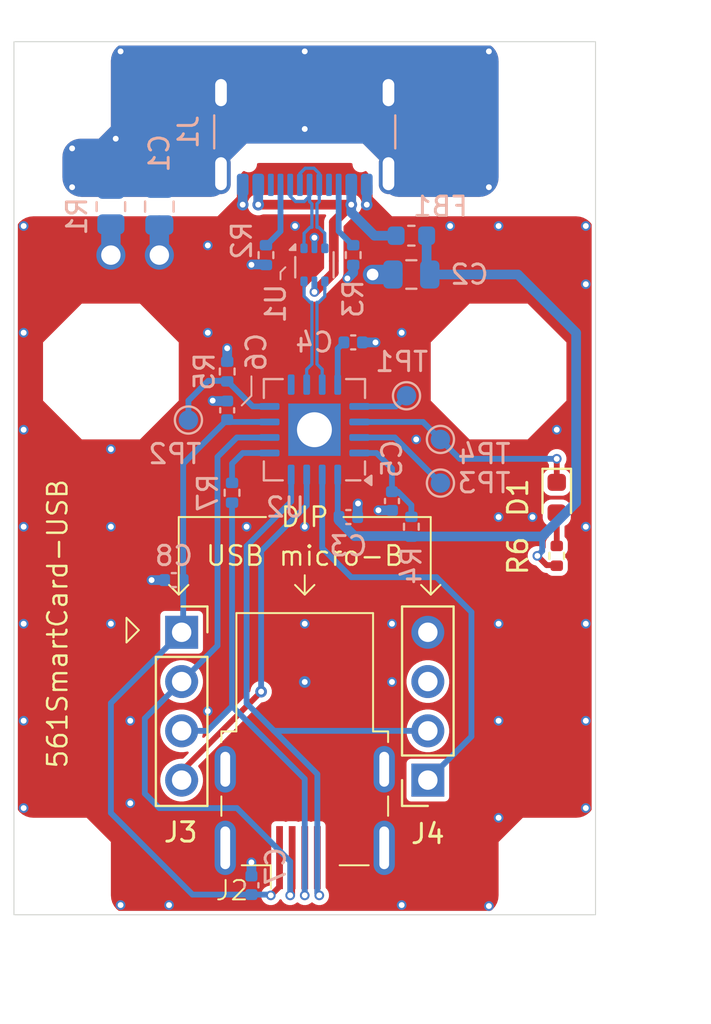
<source format=kicad_pcb>
(kicad_pcb (version 20241229) (generator "pcbnew") (generator_version "9.0")
  (layers (0 "F.Cu" signal) (4 "In1.Cu" signal) (6 "In2.Cu" signal) (2 "B.Cu" signal) (13 "F.Paste" user) (15 "B.Paste" user) (5 "F.SilkS" user "F.Silkscreen") (7 "B.SilkS" user "B.Silkscreen") (1 "F.Mask" user) (3 "B.Mask" user) (25 "Edge.Cuts" user))
  (net 0 "")
  (net 1 "Net-(J1-SHIELD)")
  (net 2 "GND")
  (net 3 "VBUS")
  (net 4 "Net-(U2-VDD33)")
  (net 5 "Net-(U2-~{RESET})")
  (net 6 "/SC_VCC")
  (net 7 "Net-(D1-A)")
  (net 8 "Net-(D1-K)")
  (net 9 "Net-(U1-VBUS)")
  (net 10 "/USB_RAW_D-")
  (net 11 "/USB_RAW_D+")
  (net 12 "Net-(J1-CC1)")
  (net 13 "Net-(J1-CC2)")
  (net 14 "/SC_CLK")
  (net 15 "/SC_IO")
  (net 16 "/~{SC_RST}")
  (net 17 "/SC_C4")
  (net 19 "/SC_C8")
  (net 20 "Net-(U2-~{SC1_PRSNT}{slash}JTAG_TMS)")
  (net 21 "Net-(U2-SC1_CLK)")
  (net 22 "Net-(U2-JTAG_CLK)")
  (net 23 "Net-(U2-JTAG_TDI)")
  (net 25 "/USB_D+")
  (net 26 "/USB_D-")
  (footprint "MountingHole:MountingHole_2.2mm_M2" (layer "F.Cu") (at 112.5 112.5)
    (property "Reference" "H6" (hide yes))
    (property "Value" "M2 Hole")
    (pad "" np_thru_hole circle (at 0 0) (size 2.2 2.2) (drill 2.2) (layers "*.Cu" "*.Mask"))
  )
  (footprint "MountingHole:MountingHole_2.2mm_M2" (layer "F.Cu") (at 87.5 72.5)
    (property "Reference" "H3" (hide yes))
    (property "Value" "M2 Hole")
    (pad "" np_thru_hole circle (at 0 0) (size 2.2 2.2) (drill 2.2) (layers "*.Cu" "*.Mask"))
  )
  (footprint "MountingHole:MountingHole_3.2mm_M3" (layer "F.Cu") (at 110 87 180)
    (property "Reference" "H1" (hide yes))
    (property "Value" "M3 Hole")
    (pad "" np_thru_hole circle (at 0 0 180) (size 3.2 3.2) (drill 3.2) (layers "*.Cu" "*.Mask"))
  )
  (footprint "MountingHole:MountingHole_2.2mm_M2" (layer "F.Cu") (at 87.5 112.5)
    (property "Reference" "H5" (hide yes))
    (property "Value" "M2 Hole")
    (pad "" np_thru_hole circle (at 0 0) (size 2.2 2.2) (drill 2.2) (layers "*.Cu" "*.Mask"))
  )
  (footprint "561SmartCard-USB:USB_Micro-B_Plug_Hirose_ZX60-B-5S(31)" (layer "F.Cu") (at 100 107.5 180)
    (property "Reference" "J2" (at 3.75 -6.25 0) (layer "F.SilkS") (effects (font (thickness 0.1))))
    (property "Value" "ZX60-B-5S(31)")
    (fp_line (start 4.3 1.95) (end 3.525 1.95) (stroke (width 0.1)) (layer "F.SilkS"))
    (fp_line (start 4.3 1.4) (end 4.3 1.95) (stroke (width 0.1)) (layer "F.SilkS"))
    (fp_line (start 4.3 -2.4) (end 4.3 -1.4) (stroke (width 0.1)) (layer "F.SilkS"))
    (fp_line (start 3.525 8.05) (end -3.525 8.05) (stroke (width 0.1)) (layer "F.SilkS"))
    (fp_line (start 3.525 1.95) (end 3.525 8.05) (stroke (width 0.1)) (layer "F.SilkS"))
    (fp_line (start 1.75 -4.95) (end 3.25 -4.95) (stroke (width 0.1)) (layer "F.SilkS"))
    (fp_line (start 1.75 -4.95) (end 1.75 -6.15) (stroke (width 0.1)) (layer "F.SilkS"))
    (fp_line (start -3.3 -4.95) (end -1.8 -4.95) (stroke (width 0.1)) (layer "F.SilkS"))
    (fp_line (start -3.525 1.95) (end -3.525 8.05) (stroke (width 0.1)) (layer "F.SilkS"))
    (fp_line (start -3.525 1.95) (end -4.3 1.95) (stroke (width 0.1)) (layer "F.SilkS"))
    (fp_line (start -4.3 1.4) (end -4.3 1.95) (stroke (width 0.1)) (layer "F.SilkS"))
    (fp_line (start -4.3 -2.4) (end -4.3 -1.4) (stroke (width 0.1)) (layer "F.SilkS"))
    (pad "1" smd rect (at 1.3 -4.555 180) (size 0.35 3.25) (layers "F.Cu" "F.Mask" "F.Paste") (net 6 "/SC_VCC"))
    (pad "2" smd rect (at 0.65 -4.555 180) (size 0.35 3.25) (layers "F.Cu" "F.Mask" "F.Paste") (net 16 "/~{SC_RST}"))
    (pad "3" smd rect (at 0 -4.555 180) (size 0.35 3.25) (layers "F.Cu" "F.Mask" "F.Paste") (net 14 "/SC_CLK"))
    (pad "4" smd rect (at -0.65 -4.555 180) (size 0.35 3.25) (layers "F.Cu" "F.Mask" "F.Paste") (net 15 "/SC_IO"))
    (pad "5" smd rect (at -1.3 -4.555 180) (size 0.35 3.25) (layers "F.Cu" "F.Mask" "F.Paste") (net 2 "GND"))
    (pad "6" thru_hole oval (at -4.1 -4.05 180) (size 1.1 2.8) (drill oval 0.5 2.2) (layers "*.Cu" "*.Mask") (net 2 "GND"))
    (pad "6" thru_hole oval (at -4.1 0 180) (size 1.1 2.4) (drill oval 0.5 1.8) (layers "*.Cu" "*.Mask") (net 2 "GND"))
    (pad "6" thru_hole oval (at 4.1 -4.05 180) (size 1.1 2.8) (drill oval 0.5 2.2) (layers "*.Cu" "*.Mask") (net 2 "GND"))
    (pad "6" thru_hole oval (at 4.1 0 180) (size 1.1 2.4) (drill oval 0.5 1.8) (layers "*.Cu" "*.Mask") (net 2 "GND"))
  )
  (footprint "MountingHole:MountingHole_2.2mm_M2" (layer "F.Cu") (at 112.5 72.5)
    (property "Reference" "H4" (hide yes))
    (property "Value" "M2 Hole")
    (pad "" np_thru_hole circle (at 0 0) (size 2.2 2.2) (drill 2.2) (layers "*.Cu" "*.Mask"))
  )
  (footprint "MountingHole:MountingHole_3.2mm_M3" (layer "F.Cu") (at 90 87 180)
    (property "Reference" "H2" (hide yes))
    (property "Value" "M3 Hole")
    (pad "" np_thru_hole circle (at 0 0 180) (size 3.2 3.2) (drill 3.2) (layers "*.Cu" "*.Mask"))
  )
  (footprint "Resistor_SMD:R_0402_1005Metric" (layer "F.Cu") (at 113 96.5 -90)
    (property "Reference" "R6" (at 0 2 270) (layer "F.SilkS"))
    (property "Value" "620")
    (fp_line (start -0.153641 0.38) (end 0.153641 0.38) (stroke (width 0.12)) (layer "F.SilkS"))
    (fp_line (start -0.153641 -0.38) (end 0.153641 -0.38) (stroke (width 0.12)) (layer "F.SilkS"))
    (pad "1" smd roundrect (at -0.51 0 270) (size 0.54 0.64) (layers "F.Cu" "F.Mask" "F.Paste") (net 7 "Net-(D1-A)"))
    (pad "2" smd roundrect (at 0.51 0 270) (size 0.54 0.64) (layers "F.Cu" "F.Mask" "F.Paste") (net 3 "VBUS"))
  )
  (footprint "Connector_PinSocket_2.54mm:PinSocket_1x04_P2.54mm_Vertical" (layer "F.Cu") (at 93.65 100.44)
    (property "Reference" "J3" (at -0.05 10.31 180) (layer "F.SilkS"))
    (property "Value" "PinSocket_01x04")
    (fp_line (start -1.33 1.27) (end -1.33 8.95) (stroke (width 0.12)) (layer "F.SilkS"))
    (fp_line (start -1.33 1.27) (end 1.33 1.27) (stroke (width 0.12)) (layer "F.SilkS"))
    (fp_line (start -1.33 8.95) (end 1.33 8.95) (stroke (width 0.12)) (layer "F.SilkS"))
    (fp_line (start 0 -1.33) (end 1.33 -1.33) (stroke (width 0.12)) (layer "F.SilkS"))
    (fp_line (start 1.33 -1.33) (end 1.33 0) (stroke (width 0.12)) (layer "F.SilkS"))
    (fp_line (start 1.33 1.27) (end 1.33 8.95) (stroke (width 0.12)) (layer "F.SilkS"))
    (pad "1" thru_hole rect (at 0 0) (size 1.7 1.7) (drill 1) (layers "*.Cu" "*.Mask") (net 6 "/SC_VCC"))
    (pad "2" thru_hole circle (at 0 2.54) (size 1.7 1.7) (drill 1) (layers "*.Cu" "*.Mask") (net 16 "/~{SC_RST}"))
    (pad "3" thru_hole circle (at 0 5.08) (size 1.7 1.7) (drill 1) (layers "*.Cu" "*.Mask") (net 14 "/SC_CLK"))
    (pad "4" thru_hole circle (at 0 7.62) (size 1.7 1.7) (drill 1) (layers "*.Cu" "*.Mask") (net 17 "/SC_C4"))
  )
  (footprint "Connector_PinSocket_2.54mm:PinSocket_1x04_P2.54mm_Vertical" (layer "F.Cu") (at 106.35 108.06 180)
    (property "Reference" "J4" (at 0 -2.77 180) (layer "F.SilkS"))
    (property "Value" "PinSocket_01x04")
    (fp_line (start 1.33 1.27) (end 1.33 8.95) (stroke (width 0.12)) (layer "F.SilkS"))
    (fp_line (start 1.33 -1.33) (end 1.33 0) (stroke (width 0.12)) (layer "F.SilkS"))
    (fp_line (start 0 -1.33) (end 1.33 -1.33) (stroke (width 0.12)) (layer "F.SilkS"))
    (fp_line (start -1.33 8.95) (end 1.33 8.95) (stroke (width 0.12)) (layer "F.SilkS"))
    (fp_line (start -1.33 1.27) (end 1.33 1.27) (stroke (width 0.12)) (layer "F.SilkS"))
    (fp_line (start -1.33 1.27) (end -1.33 8.95) (stroke (width 0.12)) (layer "F.SilkS"))
    (pad "1" thru_hole rect (at 0 0 180) (size 1.7 1.7) (drill 1) (layers "*.Cu" "*.Mask") (net 19 "/SC_C8"))
    (pad "2" thru_hole circle (at 0 2.54 180) (size 1.7 1.7) (drill 1) (layers "*.Cu" "*.Mask") (net 15 "/SC_IO"))
    (pad "3" thru_hole circle (at 0 5.08 180) (size 1.7 1.7) (drill 1) (layers "*.Cu" "*.Mask"))
    (pad "4" thru_hole circle (at 0 7.62 180) (size 1.7 1.7) (drill 1) (layers "*.Cu" "*.Mask") (net 2 "GND"))
  )
  (footprint "LED_SMD:LED_0603_1608Metric" (layer "F.Cu") (at 113 93.5 -90)
    (property "Reference" "D1" (at 0 2 90) (layer "F.SilkS"))
    (property "Value" "LTST-C190GKT")
    (fp_line (start -1.485 0.735) (end 0.8 0.735) (stroke (width 0.12)) (layer "F.SilkS"))
    (fp_line (start -1.485 -0.735) (end -1.485 0.735) (stroke (width 0.12)) (layer "F.SilkS"))
    (fp_line (start 0.8 -0.735) (end -1.485 -0.735) (stroke (width 0.12)) (layer "F.SilkS"))
    (pad "1" smd roundrect (at -0.7875 0 270) (size 0.875 0.95) (layers "F.Cu" "F.Mask" "F.Paste") (net 8 "Net-(D1-K)"))
    (pad "2" smd roundrect (at 0.7875 0 270) (size 0.875 0.95) (layers "F.Cu" "F.Mask" "F.Paste") (net 7 "Net-(D1-A)"))
  )
  (footprint "Resistor_SMD:R_0805_2012Metric" (layer "B.Cu") (at 90 78.5 90)
    (property "Reference" "R1" (at -0.5 -1.75 270) (layer "B.SilkS") (effects (justify mirror)))
    (property "Value" "330")
    (fp_line (start -0.227064 -0.735) (end 0.227064 -0.735) (stroke (width 0.12)) (layer "B.SilkS"))
    (fp_line (start -0.227064 0.735) (end 0.227064 0.735) (stroke (width 0.12)) (layer "B.SilkS"))
    (pad "1" smd roundrect (at -0.9125 0 90) (size 1.025 1.4) (layers "B.Cu" "B.Mask" "B.Paste") (roundrect_rratio 0.243902) (net 2 "GND"))
    (pad "2" smd roundrect (at 0.9125 0 90) (size 1.025 1.4) (layers "B.Cu" "B.Mask" "B.Paste") (roundrect_rratio 0.243902) (net 1 "Net-(J1-SHIELD)"))
  )
  (footprint "Resistor_SMD:R_0402_1005Metric" (layer "B.Cu") (at 96 87 -90)
    (property "Reference" "R5" (at 0 1.17 90) (layer "B.SilkS") (effects (justify mirror)))
    (property "Value" "0")
    (fp_line (start -0.153641 0.38) (end 0.153641 0.38) (stroke (width 0.12)) (layer "B.SilkS"))
    (fp_line (start -0.153641 -0.38) (end 0.153641 -0.38) (stroke (width 0.12)) (layer "B.SilkS"))
    (pad "1" smd roundrect (at -0.51 0 270) (size 0.54 0.64) (layers "B.Cu" "B.Mask" "B.Paste") (net 2 "GND"))
    (pad "2" smd roundrect (at 0.51 0 270) (size 0.54 0.64) (layers "B.Cu" "B.Mask" "B.Paste") (net 20 "Net-(U2-~{SC1_PRSNT}{slash}JTAG_TMS)"))
  )
  (footprint "Capacitor_SMD:C_0402_1005Metric" (layer "B.Cu") (at 93.25 97.75)
    (property "Reference" "C8" (at 0 -1.25 0) (layer "B.SilkS") (effects (justify mirror)))
    (property "Value" "0.1u")
    (fp_line (start -0.107836 -0.36) (end 0.107836 -0.36) (stroke (width 0.12)) (layer "B.SilkS"))
    (fp_line (start -0.107836 0.36) (end 0.107836 0.36) (stroke (width 0.12)) (layer "B.SilkS"))
    (pad "1" smd roundrect (at -0.48 0) (size 0.56 0.62) (layers "B.Cu" "B.Mask" "B.Paste") (net 2 "GND"))
    (pad "2" smd roundrect (at 0.48 0) (size 0.56 0.62) (layers "B.Cu" "B.Mask" "B.Paste") (net 6 "/SC_VCC"))
  )
  (footprint "TestPoint:TestPoint_Pad_D1.0mm" (layer "B.Cu") (at 107 92.75 180)
    (property "Reference" "TP3" (at -2.25 0 0) (layer "B.SilkS") (effects (justify mirror)))
    (property "Value" "TestPoint")
    (fp_circle (center 0 0) (end 0 -0.7) (stroke (width 0.12)) (fill no) (layer "B.SilkS"))
    (pad "1" smd circle (at 0 0 180) (size 1 1) (layers "B.Cu" "B.Mask") (net 23 "Net-(U2-JTAG_TDI)"))
  )
  (footprint "Resistor_SMD:R_0402_1005Metric" (layer "B.Cu") (at 105.5 95 -90)
    (property "Reference" "R4" (at 2 0 90) (layer "B.SilkS") (effects (justify mirror)))
    (property "Value" "100k")
    (fp_line (start -0.153641 0.38) (end 0.153641 0.38) (stroke (width 0.12)) (layer "B.SilkS"))
    (fp_line (start -0.153641 -0.38) (end 0.153641 -0.38) (stroke (width 0.12)) (layer "B.SilkS"))
    (pad "1" smd roundrect (at -0.51 0 270) (size 0.54 0.64) (layers "B.Cu" "B.Mask" "B.Paste") (net 5 "Net-(U2-~{RESET})"))
    (pad "2" smd roundrect (at 0.51 0 270) (size 0.54 0.64) (layers "B.Cu" "B.Mask" "B.Paste") (net 3 "VBUS"))
  )
  (footprint "Capacitor_SMD:C_0402_1005Metric" (layer "B.Cu") (at 102.25 94.5 180)
    (property "Reference" "C3" (at 0 -1.5 0) (layer "B.SilkS") (effects (justify mirror)))
    (property "Value" "1u")
    (fp_line (start -0.107836 0.36) (end 0.107836 0.36) (stroke (width 0.12)) (layer "B.SilkS"))
    (fp_line (start -0.107836 -0.36) (end 0.107836 -0.36) (stroke (width 0.12)) (layer "B.SilkS"))
    (pad "1" smd roundrect (at -0.48 0 180) (size 0.56 0.62) (layers "B.Cu" "B.Mask" "B.Paste") (net 2 "GND"))
    (pad "2" smd roundrect (at 0.48 0 180) (size 0.56 0.62) (layers "B.Cu" "B.Mask" "B.Paste") (net 3 "VBUS"))
  )
  (footprint "Resistor_SMD:R_0402_1005Metric" (layer "B.Cu") (at 102.5 81 90)
    (property "Reference" "R3" (at -2.25 0 270) (layer "B.SilkS") (effects (justify mirror)))
    (property "Value" "5.1k")
    (fp_line (start -0.153641 -0.38) (end 0.153641 -0.38) (stroke (width 0.12)) (layer "B.SilkS"))
    (fp_line (start -0.153641 0.38) (end 0.153641 0.38) (stroke (width 0.12)) (layer "B.SilkS"))
    (pad "1" smd roundrect (at -0.51 0 90) (size 0.54 0.64) (layers "B.Cu" "B.Mask" "B.Paste") (net 2 "GND"))
    (pad "2" smd roundrect (at 0.51 0 90) (size 0.54 0.64) (layers "B.Cu" "B.Mask" "B.Paste") (net 13 "Net-(J1-CC2)"))
  )
  (footprint "Package_TO_SOT_SMD:SOT-666" (layer "B.Cu") (at 100.5 81.5 -90)
    (property "Reference" "U1" (at 2 2 90) (layer "B.SilkS") (effects (justify mirror)))
    (property "Value" "USBLC6-2P6")
    (fp_line (start 0.65 0.99) (end -0.4 0.99) (stroke (width 0.12)) (layer "B.SilkS"))
    (fp_line (start 0.65 -0.99) (end -0.65 -0.99) (stroke (width 0.12)) (layer "B.SilkS"))
    (fp_poly (pts (xy -0.77 0.99) (xy -1.05 0.99) (xy -0.77 1.27) (xy -0.77 0.99)) (stroke (width 0.12)) (fill yes) (layer "B.SilkS"))
    (pad "1" smd roundrect (at -0.85 0.5375 270) (size 0.5 0.375) (layers "B.Cu" "B.Mask" "B.Paste") (net 10 "/USB_RAW_D-"))
    (pad "2" smd roundrect (at -0.925 0 270) (size 0.65 0.3) (layers "B.Cu" "B.Mask" "B.Paste") (net 2 "GND"))
    (pad "3" smd roundrect (at -0.85 -0.5375 270) (size 0.5 0.375) (layers "B.Cu" "B.Mask" "B.Paste") (net 11 "/USB_RAW_D+"))
    (pad "4" smd roundrect (at 0.85 -0.5375 270) (size 0.5 0.375) (layers "B.Cu" "B.Mask" "B.Paste") (net 25 "/USB_D+"))
    (pad "5" smd roundrect (at 0.925 0 270) (size 0.65 0.3) (layers "B.Cu" "B.Mask" "B.Paste") (net 9 "Net-(U1-VBUS)"))
    (pad "6" smd roundrect (at 0.85 0.5375 270) (size 0.5 0.375) (layers "B.Cu" "B.Mask" "B.Paste") (net 26 "/USB_D-"))
  )
  (footprint "Capacitor_SMD:C_0402_1005Metric" (layer "B.Cu") (at 97.25 113.48 -90)
    (property "Reference" "C7" (at -0.98 -1.25 90) (layer "B.SilkS") (effects (justify mirror)))
    (property "Value" "0.1u")
    (fp_line (start -0.107836 0.36) (end 0.107836 0.36) (stroke (width 0.12)) (layer "B.SilkS"))
    (fp_line (start -0.107836 -0.36) (end 0.107836 -0.36) (stroke (width 0.12)) (layer "B.SilkS"))
    (pad "1" smd roundrect (at -0.48 0 270) (size 0.56 0.62) (layers "B.Cu" "B.Mask" "B.Paste") (net 2 "GND"))
    (pad "2" smd roundrect (at 0.48 0 270) (size 0.56 0.62) (layers "B.Cu" "B.Mask" "B.Paste") (net 6 "/SC_VCC"))
  )
  (footprint "Resistor_SMD:R_0402_1005Metric" (layer "B.Cu") (at 98 81 90)
    (property "Reference" "R2" (at 0.75 -1.25 270) (layer "B.SilkS") (effects (justify mirror)))
    (property "Value" "5.1k")
    (fp_line (start -0.153641 -0.38) (end 0.153641 -0.38) (stroke (width 0.12)) (layer "B.SilkS"))
    (fp_line (start -0.153641 0.38) (end 0.153641 0.38) (stroke (width 0.12)) (layer "B.SilkS"))
    (pad "1" smd roundrect (at -0.51 0 90) (size 0.54 0.64) (layers "B.Cu" "B.Mask" "B.Paste") (net 2 "GND"))
    (pad "2" smd roundrect (at 0.51 0 90) (size 0.54 0.64) (layers "B.Cu" "B.Mask" "B.Paste") (net 12 "Net-(J1-CC1)"))
  )
  (footprint "Capacitor_SMD:C_0805_2012Metric" (layer "B.Cu") (at 92.5 78.5 90)
    (property "Reference" "C1" (at 2.75 0 90) (layer "B.SilkS") (effects (justify mirror)))
    (property "Value" "0.1u")
    (fp_line (start -0.261252 -0.735) (end 0.261252 -0.735) (stroke (width 0.12)) (layer "B.SilkS"))
    (fp_line (start -0.261252 0.735) (end 0.261252 0.735) (stroke (width 0.12)) (layer "B.SilkS"))
    (pad "1" smd roundrect (at -0.95 0 90) (size 1 1.45) (layers "B.Cu" "B.Mask" "B.Paste") (net 2 "GND"))
    (pad "2" smd roundrect (at 0.95 0 90) (size 1 1.45) (layers "B.Cu" "B.Mask" "B.Paste") (net 1 "Net-(J1-SHIELD)"))
  )
  (footprint "Capacitor_SMD:C_0402_1005Metric" (layer "B.Cu") (at 104.5 93.675 90)
    (property "Reference" "C5" (at 2.175 0 90) (layer "B.SilkS") (effects (justify mirror)))
    (property "Value" "0.1u")
    (fp_line (start -0.107836 -0.36) (end 0.107836 -0.36) (stroke (width 0.12)) (layer "B.SilkS"))
    (fp_line (start -0.107836 0.36) (end 0.107836 0.36) (stroke (width 0.12)) (layer "B.SilkS"))
    (pad "1" smd roundrect (at -0.48 0 90) (size 0.56 0.62) (layers "B.Cu" "B.Mask" "B.Paste") (net 2 "GND"))
    (pad "2" smd roundrect (at 0.48 0 90) (size 0.56 0.62) (layers "B.Cu" "B.Mask" "B.Paste") (net 5 "Net-(U2-~{RESET})"))
  )
  (footprint "TestPoint:TestPoint_Pad_D1.0mm" (layer "B.Cu") (at 94 89.5 180)
    (property "Reference" "TP2" (at 0.7 -1.75 0) (layer "B.SilkS") (effects (justify mirror)))
    (property "Value" "TestPoint")
    (fp_circle (center 0 0) (end 0 -0.7) (stroke (width 0.12)) (fill no) (layer "B.SilkS"))
    (pad "1" smd circle (at 0 0 180) (size 1 1) (layers "B.Cu" "B.Mask") (net 20 "Net-(U2-~{SC1_PRSNT}{slash}JTAG_TMS)"))
  )
  (footprint "Capacitor_SMD:C_0402_1005Metric" (layer "B.Cu") (at 102.5 85.5 180)
    (property "Reference" "C4" (at 2 0 0) (layer "B.SilkS") (effects (justify mirror)))
    (property "Value" "1u")
    (fp_line (start -0.107836 0.36) (end 0.107836 0.36) (stroke (width 0.12)) (layer "B.SilkS"))
    (fp_line (start -0.107836 -0.36) (end 0.107836 -0.36) (stroke (width 0.12)) (layer "B.SilkS"))
    (pad "1" smd roundrect (at -0.48 0 180) (size 0.56 0.62) (layers "B.Cu" "B.Mask" "B.Paste") (net 2 "GND"))
    (pad "2" smd roundrect (at 0.48 0 180) (size 0.56 0.62) (layers "B.Cu" "B.Mask" "B.Paste") (net 4 "Net-(U2-VDD33)"))
  )
  (footprint "TestPoint:TestPoint_Pad_D1.0mm" (layer "B.Cu") (at 107 90.5 180)
    (property "Reference" "TP4" (at -2.25 -0.75 0) (layer "B.SilkS") (effects (justify mirror)))
    (property "Value" "TestPoint")
    (fp_circle (center 0 0) (end 0 -0.7) (stroke (width 0.12)) (fill no) (layer "B.SilkS"))
    (pad "1" smd circle (at 0 0 180) (size 1 1) (layers "B.Cu" "B.Mask") (net 8 "Net-(D1-K)"))
  )
  (footprint "TestPoint:TestPoint_Pad_D1.0mm" (layer "B.Cu") (at 105.25 88.25 180)
    (property "Reference" "TP1" (at 0.25 1.75 0) (layer "B.SilkS") (effects (justify mirror)))
    (property "Value" "TestPoint")
    (fp_circle (center 0 0) (end 0 -0.7) (stroke (width 0.12)) (fill no) (layer "B.SilkS"))
    (pad "1" smd circle (at 0 0 180) (size 1 1) (layers "B.Cu" "B.Mask") (net 22 "Net-(U2-JTAG_CLK)"))
  )
  (footprint "Inductor_SMD:L_0603_1608Metric" (layer "B.Cu") (at 105.5 80)
    (property "Reference" "FB1" (at 1.5 -1.5 0) (layer "B.SilkS") (effects (justify mirror)))
    (property "Value" "BLM18PG471SN1D")
    (fp_line (start -0.162779 -0.51) (end 0.162779 -0.51) (stroke (width 0.12)) (layer "B.SilkS"))
    (fp_line (start -0.162779 0.51) (end 0.162779 0.51) (stroke (width 0.12)) (layer "B.SilkS"))
    (pad "1" smd roundrect (at -0.7875 0) (size 0.875 0.95) (layers "B.Cu" "B.Mask" "B.Paste") (net 9 "Net-(U1-VBUS)"))
    (pad "2" smd roundrect (at 0.7875 0) (size 0.875 0.95) (layers "B.Cu" "B.Mask" "B.Paste") (net 3 "VBUS"))
  )
  (footprint "Connector_USB:USB_C_Receptacle_GCT_USB4105-xx-A_16P_TopMnt_Horizontal" (layer "B.Cu") (at 100 73.7)
    (property "Reference" "J1" (at -6 0.95 90) (layer "B.SilkS") (effects (justify mirror)))
    (property "Value" "USB4105-GF-A")
    (fp_line (start -4.67 0.1) (end -4.67 1.8) (stroke (width 0.12)) (layer "B.SilkS"))
    (fp_line (start 4.67 0.1) (end 4.67 1.8) (stroke (width 0.12)) (layer "B.SilkS"))
    (pad "" np_thru_hole circle (at -2.89 2.605) (size 0.65 0.65) (drill 0.65) (layers "F&B.Cu" "*.Mask"))
    (pad "" np_thru_hole circle (at 2.89 2.605) (size 0.65 0.65) (drill 0.65) (layers "F&B.Cu" "*.Mask"))
    (pad "A1" smd roundrect (at -3.2 3.68) (size 0.6 1.15) (layers "B.Cu" "B.Mask" "B.Paste") (net 2 "GND"))
    (pad "A4" smd roundrect (at -2.4 3.68) (size 0.6 1.15) (layers "B.Cu" "B.Mask" "B.Paste") (net 9 "Net-(U1-VBUS)"))
    (pad "A5" smd roundrect (at -1.25 3.68) (size 0.3 1.15) (layers "B.Cu" "B.Mask" "B.Paste") (net 12 "Net-(J1-CC1)"))
    (pad "A6" smd roundrect (at -0.25 3.68) (size 0.3 1.15) (layers "B.Cu" "B.Mask" "B.Paste") (net 11 "/USB_RAW_D+"))
    (pad "A7" smd roundrect (at 0.25 3.68) (size 0.3 1.15) (layers "B.Cu" "B.Mask" "B.Paste") (net 10 "/USB_RAW_D-"))
    (pad "A8" smd roundrect (at 1.25 3.68) (size 0.3 1.15) (layers "B.Cu" "B.Mask" "B.Paste"))
    (pad "A9" smd roundrect (at 2.4 3.68) (size 0.6 1.15) (layers "B.Cu" "B.Mask" "B.Paste") (net 9 "Net-(U1-VBUS)"))
    (pad "A12" smd roundrect (at 3.2 3.68) (size 0.6 1.15) (layers "B.Cu" "B.Mask" "B.Paste") (net 2 "GND"))
    (pad "B1" smd roundrect (at 3.2 3.68) (size 0.6 1.15) (layers "B.Cu" "B.Mask" "B.Paste") (net 2 "GND"))
    (pad "B4" smd roundrect (at 2.4 3.68) (size 0.6 1.15) (layers "B.Cu" "B.Mask" "B.Paste") (net 9 "Net-(U1-VBUS)"))
    (pad "B5" smd roundrect (at 1.75 3.68) (size 0.3 1.15) (layers "B.Cu" "B.Mask" "B.Paste") (net 13 "Net-(J1-CC2)"))
    (pad "B6" smd roundrect (at 0.75 3.68) (size 0.3 1.15) (layers "B.Cu" "B.Mask" "B.Paste") (net 11 "/USB_RAW_D+"))
    (pad "B7" smd roundrect (at -0.75 3.68) (size 0.3 1.15) (layers "B.Cu" "B.Mask" "B.Paste") (net 10 "/USB_RAW_D-"))
    (pad "B8" smd roundrect (at -1.75 3.68) (size 0.3 1.15) (layers "B.Cu" "B.Mask" "B.Paste"))
    (pad "B9" smd roundrect (at -2.4 3.68) (size 0.6 1.15) (layers "B.Cu" "B.Mask" "B.Paste") (net 9 "Net-(U1-VBUS)"))
    (pad "B12" smd roundrect (at -3.2 3.68) (size 0.6 1.15) (layers "B.Cu" "B.Mask" "B.Paste") (net 2 "GND"))
    (pad "S1" thru_hole oval (at -4.32 -1.075) (size 1 1.8) (drill oval 0.6 1.4) (property pad_prop_heatsink) (layers "*.Cu" "*.Mask" "B.Paste") (net 1 "Net-(J1-SHIELD)"))
    (pad "S1" thru_hole oval (at -4.32 3.105) (size 1 2.1) (drill oval 0.6 1.7) (property pad_prop_heatsink) (layers "*.Cu" "*.Mask" "B.Paste") (net 1 "Net-(J1-SHIELD)"))
    (pad "S1" thru_hole oval (at 4.32 -1.075) (size 1 1.8) (drill oval 0.6 1.4) (property pad_prop_heatsink) (layers "*.Cu" "*.Mask" "B.Paste") (net 1 "Net-(J1-SHIELD)"))
    (pad "S1" thru_hole oval (at 4.32 3.105) (size 1 2.1) (drill oval 0.6 1.7) (property pad_prop_heatsink) (layers "*.Cu" "*.Mask" "B.Paste") (net 1 "Net-(J1-SHIELD)"))
  )
  (footprint "561SmartCard-USB:QFN-16-1EP_5x5mm_P0.8mm_EP2.7x2.7mm" (layer "B.Cu") (at 100.5 90 90)
    (property "Reference" "U2" (at -4 -1.5 0) (layer "B.SilkS") (effects (justify mirror)))
    (property "Value" "SEC1110-A5-02")
    (fp_line (start 2.61 -2.61) (end 2.61 -1.635) (stroke (width 0.12)) (layer "B.SilkS"))
    (fp_line (start 1.635 -2.61) (end 2.61 -2.61) (stroke (width 0.12)) (layer "B.SilkS"))
    (fp_line (start -1.635 -2.61) (end -2.61 -2.61) (stroke (width 0.12)) (layer "B.SilkS"))
    (fp_line (start -2.61 -2.61) (end -2.61 -1.635) (stroke (width 0.12)) (layer "B.SilkS"))
    (fp_line (start -2.61 1.635) (end -2.61 2.37) (stroke (width 0.12)) (layer "B.SilkS"))
    (fp_line (start 2.61 2.61) (end 2.61 1.635) (stroke (width 0.12)) (layer "B.SilkS"))
    (fp_line (start 1.635 2.61) (end 2.61 2.61) (stroke (width 0.12)) (layer "B.SilkS"))
    (fp_line (start -1.635 2.61) (end -2.31 2.61) (stroke (width 0.12)) (layer "B.SilkS"))
    (fp_poly (pts (xy -2.61 2.61) (xy -2.85 2.94) (xy -2.37 2.94)) (stroke (width 0.12)) (fill yes) (layer "B.SilkS"))
    (pad "1" smd roundrect (at -2.325 1.2 90) (size 1.05 0.35) (layers "B.Cu" "B.Mask" "B.Paste") (net 3 "VBUS"))
    (pad "2" smd roundrect (at -2.325 0.4 90) (size 1.05 0.35) (layers "B.Cu" "B.Mask" "B.Paste") (net 19 "/SC_C8"))
    (pad "3" smd roundrect (at -2.325 -0.4 90) (size 1.05 0.35) (layers "B.Cu" "B.Mask" "B.Paste") (net 17 "/SC_C4"))
    (pad "4" smd roundrect (at -2.325 -1.2 90) (size 1.05 0.35) (layers "B.Cu" "B.Mask" "B.Paste") (net 15 "/SC_IO"))
    (pad "5" smd roundrect (at -1.2 -2.325 90) (size 0.35 1.05) (layers "B.Cu" "B.Mask" "B.Paste") (net 21 "Net-(U2-SC1_CLK)"))
    (pad "6" smd roundrect (at -0.4 -2.325 90) (size 0.35 1.05) (layers "B.Cu" "B.Mask" "B.Paste") (net 16 "/~{SC_RST}"))
    (pad "7" smd roundrect (at 0.4 -2.325 90) (size 0.35 1.05) (layers "B.Cu" "B.Mask" "B.Paste") (net 6 "/SC_VCC"))
    (pad "8" smd roundrect (at 1.2 -2.325 90) (size 0.35 1.05) (layers "B.Cu" "B.Mask" "B.Paste") (net 20 "Net-(U2-~{SC1_PRSNT}{slash}JTAG_TMS)"))
    (pad "9" smd roundrect (at 2.325 -1.2 90) (size 1.05 0.35) (layers "B.Cu" "B.Mask" "B.Paste"))
    (pad "10" smd roundrect (at 2.325 -0.4 90) (size 1.05 0.35) (layers "B.Cu" "B.Mask" "B.Paste") (net 26 "/USB_D-"))
    (pad "11" smd roundrect (at 2.325 0.4 90) (size 1.05 0.35) (layers "B.Cu" "B.Mask" "B.Paste") (net 25 "/USB_D+"))
    (pad "12" smd roundrect (at 2.325 1.2 90) (size 1.05 0.35) (layers "B.Cu" "B.Mask" "B.Paste") (net 4 "Net-(U2-VDD33)"))
    (pad "13" smd roundrect (at 1.2 2.325 90) (size 0.35 1.05) (layers "B.Cu" "B.Mask" "B.Paste") (net 22 "Net-(U2-JTAG_CLK)"))
    (pad "14" smd roundrect (at 0.4 2.325 90) (size 0.35 1.05) (layers "B.Cu" "B.Mask" "B.Paste") (net 8 "Net-(D1-K)"))
    (pad "15" smd roundrect (at -0.4 2.325 90) (size 0.35 1.05) (layers "B.Cu" "B.Mask" "B.Paste") (net 23 "Net-(U2-JTAG_TDI)"))
    (pad "16" smd roundrect (at -1.2 2.325 90) (size 0.35 1.05) (layers "B.Cu" "B.Mask" "B.Paste") (net 5 "Net-(U2-~{RESET})"))
    (pad "17" thru_hole rect (at 0 0 90) (size 2.7 2.7) (drill 1.8) (property pad_prop_heatsink) (layers "*.Cu" "*.Paste" "*.Mask") (net 2 "GND"))
  )
  (footprint "Resistor_SMD:R_0402_1005Metric" (layer "B.Cu") (at 96.25 93.25 90)
    (property "Reference" "R7" (at 0 -1.25 270) (layer "B.SilkS") (effects (justify mirror)))
    (property "Value" "33")
    (fp_line (start -0.153641 -0.38) (end 0.153641 -0.38) (stroke (width 0.12)) (layer "B.SilkS"))
    (fp_line (start -0.153641 0.38) (end 0.153641 0.38) (stroke (width 0.12)) (layer "B.SilkS"))
    (pad "1" smd roundrect (at -0.51 0 90) (size 0.54 0.64) (layers "B.Cu" "B.Mask" "B.Paste") (net 14 "/SC_CLK"))
    (pad "2" smd roundrect (at 0.51 0 90) (size 0.54 0.64) (layers "B.Cu" "B.Mask" "B.Paste") (net 21 "Net-(U2-SC1_CLK)"))
  )
  (footprint "Capacitor_SMD:C_0805_2012Metric" (layer "B.Cu") (at 105.5 82)
    (property "Reference" "C2" (at 3 0 0) (layer "B.SilkS") (effects (justify mirror)))
    (property "Value" "10u")
    (fp_line (start -0.261252 -0.735) (end 0.261252 -0.735) (stroke (width 0.12)) (layer "B.SilkS"))
    (fp_line (start -0.261252 0.735) (end 0.261252 0.735) (stroke (width 0.12)) (layer "B.SilkS"))
    (pad "1" smd roundrect (at -0.95 0) (size 1 1.45) (layers "B.Cu" "B.Mask" "B.Paste") (net 2 "GND"))
    (pad "2" smd roundrect (at 0.95 0) (size 1 1.45) (layers "B.Cu" "B.Mask" "B.Paste") (net 3 "VBUS"))
  )
  (footprint "Capacitor_SMD:C_0402_1005Metric" (layer "B.Cu") (at 96 89 -90)
    (property "Reference" "C6" (at -3 -1.5 90) (layer "B.SilkS") (effects (justify mirror)))
    (property "Value" "1u")
    (fp_line (start -0.107836 0.36) (end 0.107836 0.36) (stroke (width 0.12)) (layer "B.SilkS"))
    (fp_line (start -0.107836 -0.36) (end 0.107836 -0.36) (stroke (width 0.12)) (layer "B.SilkS"))
    (pad "1" smd roundrect (at -0.48 0 270) (size 0.56 0.62) (layers "B.Cu" "B.Mask" "B.Paste") (net 2 "GND"))
    (pad "2" smd roundrect (at 0.48 0 270) (size 0.56 0.62) (layers "B.Cu" "B.Mask" "B.Paste") (net 6 "/SC_VCC"))
  )
  (gr_line (start 100 97.5) (end 100 98.5) (stroke (width 0.1)) (layer "F.SilkS"))
  (gr_line (start 94 98) (end 93.5 98.5) (stroke (width 0.1)) (layer "F.SilkS"))
  (gr_line (start 106 98) (end 106.5 98.5) (stroke (width 0.1)) (layer "F.SilkS"))
  (gr_line (start 102 94.5) (end 106.5 94.5) (stroke (width 0.1)) (layer "F.SilkS"))
  (gr_line (start 98 94.5) (end 93.5 94.5) (stroke (width 0.1)) (layer "F.SilkS"))
  (gr_line (start 93 98) (end 93.5 98.5) (stroke (width 0.1)) (layer "F.SilkS"))
  (gr_line (start 90.805 100.965) (end 90.805 99.695) (stroke (width 0.1)) (layer "F.SilkS"))
  (gr_line (start 91.44 100.33) (end 90.805 100.965) (stroke (width 0.1)) (layer "F.SilkS"))
  (gr_line (start 106.5 94.5) (end 106.5 98.5) (stroke (width 0.1)) (layer "F.SilkS"))
  (gr_line (start 90.805 99.695) (end 91.44 100.33) (stroke (width 0.1)) (layer "F.SilkS"))
  (gr_line (start 107 98) (end 106.5 98.5) (stroke (width 0.1)) (layer "F.SilkS"))
  (gr_line (start 100 98.5) (end 100.5 98) (stroke (width 0.1)) (layer "F.SilkS"))
  (gr_line (start 99.5 98) (end 100 98.5) (stroke (width 0.1)) (layer "F.SilkS"))
  (gr_line (start 93.5 94.5) (end 93.5 98.5) (stroke (width 0.1)) (layer "F.SilkS"))
  (gr_line (start 97.25 88.25) (end 96.75 88.75) (stroke (width 0.1)) (layer "B.SilkS"))
  (gr_line (start 98.75 81.875) (end 98.75 82.25) (stroke (width 0.1)) (layer "B.SilkS"))
  (gr_line (start 97.25 87.25) (end 97.25 88.25) (stroke (width 0.1)) (layer "B.SilkS"))
  (gr_line (start 98.75 81.875) (end 99 81.625) (stroke (width 0.1)) (layer "B.SilkS"))
  (gr_rect (start 85 70) (end 115 115) (stroke (width 0.05)) (fill no) (layer "Edge.Cuts"))
  (gr_text "561SmartCard-USB" (at 87.25 100 90) (layer "F.SilkS") (effects (font (size 1 1) (thickness 0.125))))
  (gr_text "USB micro-B" (at 100 96.5 0) (layer "F.SilkS") (effects (font (size 1 1) (thickness 0.125))))
  (gr_text "DIP" (at 100 94.5 0) (layer "F.SilkS") (effects (font (size 1 1) (thickness 0.125))))
  (via (at 90.5 70.5) (size 0.5) (drill 0.3) (layers "F.Cu" "B.Cu") (net 1))
  (via (at 88 77.5) (size 0.5) (drill 0.3) (layers "F.Cu" "B.Cu") (net 1))
  (via (at 109.5 70.5) (size 0.5) (drill 0.3) (layers "F.Cu" "B.Cu") (net 1))
  (via (at 88 75.5) (size 0.5) (drill 0.3) (layers "F.Cu" "B.Cu") (net 1))
  (via (at 109.5 77.5) (size 0.5) (drill 0.3) (layers "F.Cu" "B.Cu") (net 1))
  (via (at 100 74.5) (size 0.5) (drill 0.3) (layers "F.Cu" "B.Cu") (net 1))
  (via (at 100 70.5) (size 0.5) (drill 0.3) (layers "F.Cu" "B.Cu") (net 1))
  (via (at 90.25 75) (size 0.5) (drill 0.3) (layers "F.Cu" "B.Cu") (net 1))
  (via (at 102.75 93.8) (size 0.5) (drill 0.3) (layers "F.Cu" "B.Cu") (net 2))
  (via (at 100 95) (size 0.5) (drill 0.3) (layers "F.Cu" "B.Cu") (net 2))
  (via (at 90.5 114.5) (size 0.5) (drill 0.3) (layers "F.Cu" "B.Cu") (net 2))
  (via (at 111.75 94.5) (size 0.5) (drill 0.3) (layers "F.Cu" "B.Cu") (net 2))
  (via (at 95 80.5) (size 0.5) (drill 0.3) (layers "F.Cu" "B.Cu") (net 2))
  (via (at 105.75 90.5) (size 0.5) (drill 0.3) (layers "F.Cu" "B.Cu") (net 2))
  (via (at 114.5 100) (size 0.5) (drill 0.3) (layers "F.Cu" "B.Cu") (net 2))
  (via (at 110 110) (size 0.5) (drill 0.3) (layers "F.Cu" "B.Cu") (net 2))
  (via (at 91 109.25) (size 0.5) (drill 0.3) (layers "F.Cu" "B.Cu") (net 2))
  (via (at 96.8 78.4) (size 0.6) (drill 0.3) (layers "F.Cu" "B.Cu") (net 2))
  (via (at 110 79.5) (size 0.5) (drill 0.3) (layers "F.Cu" "B.Cu") (net 2))
  (via (at 97 95) (size 0.5) (drill 0.3) (layers "F.Cu" "B.Cu") (net 2))
  (via (at 114.5 95) (size 0.5) (drill 0.3) (layers "F.Cu" "B.Cu") (net 2))
  (via (at 103.8 94.15) (size 0.5) (drill 0.3) (layers "F.Cu" "B.Cu") (net 2))
  (via (at 85.5 95) (size 0.5) (drill 0.3) (layers "F.Cu" "B.Cu") (net 2))
  (via (at 90 100) (size 0.5) (drill 0.3) (layers "F.Cu" "B.Cu") (net 2))
  (via (at 107.5 79.5) (size 0.5) (drill 0.3) (layers "F.Cu" "B.Cu") (net 2))
  (via (at 114.5 82.5) (size 0.5) (drill 0.3) (layers "F.Cu" "B.Cu") (net 2))
  (via (at 110 94.5) (size 0.5) (drill 0.3) (layers "F.Cu" "B.Cu") (net 2))
  (via (at 97.25 112.3) (size 0.5) (drill 0.3) (layers "F.Cu" "B.Cu") (net 2))
  (via (at 95 104.5) (size 0.5) (drill 0.3) (layers "F.Cu" "B.Cu") (net 2))
  (via (at 102.2 82.2) (size 0.5) (drill 0.3) (layers "F.Cu" "B.Cu") (net 2))
  (via (at 104.5 100) (size 0.5) (drill 0.3) (layers "F.Cu" "B.Cu") (net 2))
  (via (at 97.25 81.5) (size 0.5) (drill 0.3) (layers "F.Cu" "B.Cu") (net 2))
  (via (at 103.5 82) (size 1) (drill 0.6) (layers "F.Cu" "B.Cu") (net 2))
  (via (at 91 105) (size 0.5) (drill 0.3) (layers "F.Cu" "B.Cu") (net 2))
  (via (at 110 100) (size 0.5) (drill 0.3) (layers "F.Cu" "B.Cu") (net 2))
  (via (at 105 114.5) (size 0.5) (drill 0.3) (layers "F.Cu" "B.Cu") (net 2))
  (via (at 103.65 85.5) (size 0.5) (drill 0.3) (layers "F.Cu" "B.Cu") (net 2))
  (via (at 85.5 79.5) (size 0.5) (drill 0.3) (layers "F.Cu" "B.Cu") (net 2))
  (via (at 93 114.5) (size 0.5) (drill 0.3) (layers "F.Cu" "B.Cu") (net 2))
  (via (at 85.5 109.5) (size 0.5) (drill 0.3) (layers "F.Cu" "B.Cu") (net 2))
  (via (at 114.5 79.5) (size 0.5) (drill 0.3) (layers "F.Cu" "B.Cu") (net 2))
  (via (at 90 91) (size 0.5) (drill 0.3) (layers "F.Cu" "B.Cu") (net 2))
  (via (at 99.5 79.5) (size 0.5) (drill 0.3) (layers "F.Cu" "B.Cu") (net 2))
  (via (at 85.5 90) (size 0.5) (drill 0.3) (layers "F.Cu" "B.Cu") (net 2))
  (via (at 85.5 105) (size 0.5) (drill 0.3) (layers "F.Cu" "B.Cu") (net 2))
  (via (at 85.5 85) (size 0.5) (drill 0.3) (layers "F.Cu" "B.Cu") (net 2))
  (via (at 90 95) (size 0.5) (drill 0.3) (layers "F.Cu" "B.Cu") (net 2))
  (via (at 104.5 103) (size 0.5) (drill 0.3) (layers "F.Cu" "B.Cu") (net 2))
  (via (at 92.5 81) (size 1.5) (drill 1) (layers "F.Cu" "B.Cu") (net 2))
  (via (at 96 85.8) (size 0.5) (drill 0.3) (layers "F.Cu" "B.Cu") (net 2))
  (via (at 95 85) (size 0.5) (drill 0.3) (layers "F.Cu" "B.Cu") (net 2))
  (via (at 113 90) (size 0.5) (drill 0.3) (layers "F.Cu" "B.Cu") (net 2))
  (via (at 95.25 88.5) (size 0.5) (drill 0.3) (layers "F.Cu" "B.Cu") (net 2))
  (via (at 90 81) (size 1.5) (drill 1) (layers "F.Cu" "B.Cu") (net 2))
  (via (at 100 100) (size 0.5) (drill 0.3) (layers "F.Cu" "B.Cu") (net 2))
  (via (at 114.5 105) (size 0.5) (drill 0.3) (layers "F.Cu" "B.Cu") (net 2))
  (via (at 92.1 97.75) (size 0.5) (drill 0.3) (layers "F.Cu" "B.Cu") (net 2))
  (via (at 114.5 109.5) (size 0.5) (drill 0.3) (layers "F.Cu" "B.Cu") (net 2))
  (via (at 100.5 80.1) (size 0.5) (drill 0.3) (layers "F.Cu" "B.Cu") (net 2))
  (via (at 105 85) (size 0.5) (drill 0.3) (layers "F.Cu" "B.Cu") (net 2))
  (via (at 85.5 100) (size 0.5) (drill 0.3) (layers "F.Cu" "B.Cu") (net 2))
  (via (at 103.2 78.4) (size 0.6) (drill 0.3) (layers "F.Cu" "B.Cu") (net 2))
  (via (at 109.5 114.55) (size 0.5) (drill 0.3) (layers "F.Cu" "B.Cu") (net 2))
  (via (at 100 103) (size 0.6) (drill 0.3) (layers "F.Cu" "B.Cu") (net 2))
  (via (at 110 105) (size 0.5) (drill 0.3) (layers "F.Cu" "B.Cu") (net 2))
  (segment (start 97.25 113) (end 97.25 112.3) (width 0.5) (layer "B.Cu") (net 2))
  (segment (start 102.98 85.5) (end 103.65 85.5) (width 0.5) (layer "B.Cu") (net 2))
  (segment (start 102.5 81.48) (end 102.5 81.9) (width 0.5) (layer "B.Cu") (net 2))
  (segment (start 103.2 77.38) (end 103.2 78.3) (width 0.5) (layer "B.Cu") (net 2))
  (segment (start 92.77 97.75) (end 92.1 97.75) (width 0.5) (layer "B.Cu") (net 2))
  (segment (start 100.5 80.575) (end 100.5 80.1) (width 0.3) (layer "B.Cu") (net 2))
  (segment (start 102.73 93.82) (end 102.75 93.8) (width 0.5) (layer "B.Cu") (net 2))
  (segment (start 96 86.52) (end 96 85.8) (width 0.5) (layer "B.Cu") (net 2))
  (segment (start 96.8 77.38) (end 96.8 78.3) (width 0.5) (layer "B.Cu") (net 2))
  (segment (start 92.5 79.45) (end 92.5 81) (width 1) (layer "B.Cu") (net 2))
  (segment (start 103.2 78.3) (end 103.2 78.4) (width 0.5) (layer "B.Cu") (net 2))
  (segment (start 103.805 94.155) (end 103.8 94.15) (width 0.5) (layer "B.Cu") (net 2))
  (segment (start 96 88.52) (end 95.27 88.52) (width 0.5) (layer "B.Cu") (net 2))
  (segment (start 95.27 88.52) (end 95.25 88.5) (width 0.5) (layer "B.Cu") (net 2))
  (segment (start 97.27 81.48) (end 97.25 81.5) (width 0.5) (layer "B.Cu") (net 2))
  (segment (start 98 81.48) (end 97.27 81.48) (width 0.5) (layer "B.Cu") (net 2))
  (segment (start 102.73 94.5) (end 102.73 93.82) (width 0.5) (layer "B.Cu") (net 2))
  (segment (start 102.5 81.9) (end 102.2 82.2) (width 0.5) (layer "B.Cu") (net 2))
  (segment (start 104.55 82) (end 103.5 82) (width 1) (layer "B.Cu") (net 2))
  (segment (start 104.5 94.155) (end 103.805 94.155) (width 0.5) (layer "B.Cu") (net 2))
  (segment (start 90 79.45) (end 90 81) (width 1) (layer "B.Cu") (net 2))
  (segment (start 96.8 78.3) (end 96.8 78.4) (width 0.5) (layer "B.Cu") (net 2))
  (segment (start 112.48 96.98) (end 112 96.5) (width 0.3) (layer "F.Cu") (net 3))
  (segment (start 113 96.98) (end 112.48 96.98) (width 0.3) (layer "F.Cu") (net 3))
  (via (at 112 96.5) (size 0.5) (drill 0.3) (layers "F.Cu" "B.Cu") (net 3))
  (segment (start 106.2875 80) (end 106.2875 81.8375) (width 0.5) (layer "B.Cu") (net 3))
  (segment (start 101.7 94.43) (end 101.77 94.5) (width 0.3) (layer "B.Cu") (net 3))
  (segment (start 111 82) (end 106.45 82) (width 0.5) (layer "B.Cu") (net 3))
  (segment (start 102.560318 95.48) (end 101.77 94.689682) (width 0.5) (layer "B.Cu") (net 3))
  (segment (start 112.25 95.5) (end 112.25 96.25) (width 0.3) (layer "B.Cu") (net 3))
  (segment (start 114 93.75) (end 114 85) (width 0.5) (layer "B.Cu") (net 3))
  (segment (start 112.25 96.25) (end 112 96.5) (width 0.3) (layer "B.Cu") (net 3))
  (segment (start 114 85) (end 111 82) (width 0.5) (layer "B.Cu") (net 3))
  (segment (start 101.77 94.689682) (end 101.77 94.5) (width 0.5) (layer "B.Cu") (net 3))
  (segment (start 105.52 95.5) (end 105.5 95.48) (width 0.5) (layer "B.Cu") (net 3))
  (segment (start 106.2875 81.8375) (end 106.45 82) (width 0.5) (layer "B.Cu") (net 3))
  (segment (start 112.25 95.5) (end 105.52 95.5) (width 0.5) (layer "B.Cu") (net 3))
  (segment (start 101.7 92.325) (end 101.7 94.43) (width 0.3) (layer "B.Cu") (net 3))
  (segment (start 112.25 95.5) (end 114 93.75) (width 0.5) (layer "B.Cu") (net 3))
  (segment (start 105.5 95.48) (end 102.560318 95.48) (width 0.5) (layer "B.Cu") (net 3))
  (segment (start 101.7 87.675) (end 101.7 85.82) (width 0.3) (layer "B.Cu") (net 4))
  (segment (start 101.7 85.82) (end 102.02 85.5) (width 0.3) (layer "B.Cu") (net 4))
  (segment (start 105.5 93.885001) (end 104.809999 93.195) (width 0.3) (layer "B.Cu") (net 5))
  (segment (start 104.809999 93.195) (end 104.5 93.195) (width 0.3) (layer "B.Cu") (net 5))
  (segment (start 105.5 94.52) (end 105.5 93.885001) (width 0.3) (layer "B.Cu") (net 5))
  (segment (start 104.5 93.195) (end 104.5 92) (width 0.3) (layer "B.Cu") (net 5))
  (segment (start 103.7 91.2) (end 102.825 91.2) (width 0.3) (layer "B.Cu") (net 5))
  (segment (start 104.5 92) (end 103.7 91.2) (width 0.3) (layer "B.Cu") (net 5))
  (segment (start 98.7 113.55) (end 98.25 114) (width 0.3) (layer "F.Cu") (net 6))
  (segment (start 98.7 112.055) (end 98.7 113.55) (width 0.3) (layer "F.Cu") (net 6))
  (via (at 98.25 114) (size 0.5) (drill 0.3) (layers "F.Cu" "B.Cu") (net 6))
  (segment (start 93.73 97.75) (end 93.73 91.75) (width 0.3) (layer "B.Cu") (net 6))
  (segment (start 97.5 113.96) (end 94.21 113.96) (width 0.3) (layer "B.Cu") (net 6))
  (segment (start 93.73 100.36) (end 93.65 100.44) (width 0.3) (layer "B.Cu") (net 6))
  (segment (start 97.25 113.96) (end 98.21 113.96) (width 0.3) (layer "B.Cu") (net 6))
  (segment (start 90 104.09) (end 93.65 100.44) (width 0.3) (layer "B.Cu") (net 6))
  (segment (start 94.21 113.96) (end 90 109.75) (width 0.3) (layer "B.Cu") (net 6))
  (segment (start 98.175 89.6) (end 96.12 89.6) (width 0.3) (layer "B.Cu") (net 6))
  (segment (start 96 89.48) (end 93.73 91.75) (width 0.3) (layer "B.Cu") (net 6))
  (segment (start 90 109.75) (end 90 104.09) (width 0.3) (layer "B.Cu") (net 6))
  (segment (start 96.12 89.6) (end 96 89.48) (width 0.3) (layer "B.Cu") (net 6))
  (segment (start 93.73 97.75) (end 93.73 100.36) (width 0.3) (layer "B.Cu") (net 6))
  (segment (start 98.21 113.96) (end 98.25 114) (width 0.3) (layer "B.Cu") (net 6))
  (segment (start 113 96.02) (end 113 94.2875) (width 0.3) (layer "F.Cu") (net 7))
  (segment (start 113 92.7125) (end 113 91.5) (width 0.3) (layer "F.Cu") (net 8))
  (via (at 113 91.5) (size 0.5) (drill 0.3) (layers "F.Cu" "B.Cu") (net 8))
  (segment (start 108 91.5) (end 113 91.5) (width 0.3) (layer "B.Cu") (net 8))
  (segment (start 107 90.5) (end 106.1 89.6) (width 0.3) (layer "B.Cu") (net 8))
  (segment (start 106.1 89.6) (end 102.825 89.6) (width 0.3) (layer "B.Cu") (net 8))
  (segment (start 107 90.5) (end 108 91.5) (width 0.3) (layer "B.Cu") (net 8))
  (segment (start 101.5 79.3) (end 102.4 78.4) (width 0.5) (layer "F.Cu") (net 9))
  (segment (start 101.5 81.9) (end 101.5 81.3) (width 0.5) (layer "F.Cu") (net 9))
  (segment (start 100.5 82.9) (end 101.5 81.9) (width 0.5) (layer "F.Cu") (net 9))
  (segment (start 97.6 78.4) (end 102.4 78.4) (width 0.5) (layer "F.Cu") (net 9))
  (segment (start 101.5 81.3) (end 101.5 79.3) (width 0.5) (layer "F.Cu") (net 9))
  (via (at 97.6 78.4) (size 0.6) (drill 0.3) (layers "F.Cu" "B.Cu") (net 9))
  (via (at 102.4 78.4) (size 0.6) (drill 0.3) (layers "F.Cu" "B.Cu") (net 9))
  (via (at 100.5 82.9) (size 0.5) (drill 0.3) (layers "F.Cu" "B.Cu") (net 9))
  (segment (start 102.4 77.38) (end 102.4 78.3) (width 0.5) (layer "B.Cu") (net 9))
  (segment (start 102.4 78.3) (end 102.4 78.8) (width 0.5) (layer "B.Cu") (net 9))
  (segment (start 102.4 78.8) (end 103.6 80) (width 0.5) (layer "B.Cu") (net 9))
  (segment (start 100.5 82.425) (end 100.5 82.9) (width 0.3) (layer "B.Cu") (net 9))
  (segment (start 97.6 77.38) (end 97.6 78.3) (width 0.5) (layer "B.Cu") (net 9))
  (segment (start 97.6 78.3) (end 97.6 78.4) (width 0.5) (layer "B.Cu") (net 9))
  (segment (start 103.6 80) (end 104.7125 80) (width 0.5) (layer "B.Cu") (net 9))
  (segment (start 99.25 77.38) (end 99.25 77.964074) (width 0.165) (layer "B.Cu") (net 10))
  (segment (start 99.975574 78.2385) (end 100.25 77.964074) (width 0.165) (layer "B.Cu") (net 10))
  (segment (start 99.9665 79.879017) (end 100.279017 79.5665) (width 0.165) (layer "B.Cu") (net 10))
  (segment (start 100.25 77.964074) (end 100.25 77.38) (width 0.165) (layer "B.Cu") (net 10))
  (segment (start 99.524426 78.2385) (end 99.975574 78.2385) (width 0.165) (layer "B.Cu") (net 10))
  (segment (start 100.279017 79.5665) (end 100.3675 79.5665) (width 0.165) (layer "B.Cu") (net 10))
  (segment (start 100.3675 79.5665) (end 100.3675 78.360001) (width 0.165) (layer "B.Cu") (net 10))
  (segment (start 99.25 77.964074) (end 99.524426 78.2385) (width 0.165) (layer "B.Cu") (net 10))
  (segment (start 99.9625 80.65) (end 99.9625 80.274999) (width 0.165) (layer "B.Cu") (net 10))
  (segment (start 99.9625 80.274999) (end 99.9665 80.270999) (width 0.165) (layer "B.Cu") (net 10))
  (segment (start 100.25 78.242501) (end 100.3675 78.360001) (width 0.165) (layer "B.Cu") (net 10))
  (segment (start 99.9665 80.270999) (end 99.9665 79.879017) (width 0.165) (layer "B.Cu") (net 10))
  (segment (start 100.25 77.38) (end 100.25 78.242501) (width 0.165) (layer "B.Cu") (net 10))
  (segment (start 100.475574 76.5215) (end 100.024426 76.5215) (width 0.165) (layer "B.Cu") (net 11))
  (segment (start 100.75 77.38) (end 100.75 76.795926) (width 0.165) (layer "B.Cu") (net 11))
  (segment (start 101.0335 80.270999) (end 101.0335 79.879017) (width 0.165) (layer "B.Cu") (net 11))
  (segment (start 101.0375 80.274999) (end 101.0335 80.270999) (width 0.165) (layer "B.Cu") (net 11))
  (segment (start 101.0375 80.65) (end 101.0375 80.274999) (width 0.165) (layer "B.Cu") (net 11))
  (segment (start 100.720983 79.5665) (end 100.6325 79.5665) (width 0.165) (layer "B.Cu") (net 11))
  (segment (start 100.024426 76.5215) (end 99.75 76.795926) (width 0.165) (layer "B.Cu") (net 11))
  (segment (start 100.75 78.242501) (end 100.6325 78.360001) (width 0.165) (layer "B.Cu") (net 11))
  (segment (start 99.75 76.795926) (end 99.75 77.38) (width 0.165) (layer "B.Cu") (net 11))
  (segment (start 100.75 76.795926) (end 100.475574 76.5215) (width 0.165) (layer "B.Cu") (net 11))
  (segment (start 101.0335 79.879017) (end 100.720983 79.5665) (width 0.165) (layer "B.Cu") (net 11))
  (segment (start 100.6325 79.5665) (end 100.6325 78.360001) (width 0.165) (layer "B.Cu") (net 11))
  (segment (start 100.75 77.38) (end 100.75 78.242501) (width 0.165) (layer "B.Cu") (net 11))
  (segment (start 98.75 79.77) (end 98.75 77.38) (width 0.3) (layer "B.Cu") (net 12))
  (segment (start 98 80.52) (end 98.75 79.77) (width 0.3) (layer "B.Cu") (net 12))
  (segment (start 101.75 79.77) (end 102.5 80.52) (width 0.3) (layer "B.Cu") (net 13))
  (segment (start 101.75 77.38) (end 101.75 79.77) (width 0.3) (layer "B.Cu") (net 13))
  (segment (start 100 112.055) (end 100 114) (width 0.3) (layer "F.Cu") (net 14))
  (via (at 100 114) (size 0.5) (drill 0.3) (layers "F.Cu" "B.Cu") (net 14))
  (segment (start 97.125 105.125) (end 97.52 105.52) (width 0.3) (layer "B.Cu") (net 14))
  (segment (start 96.25 104.25) (end 97.125 105.125) (width 0.3) (layer "B.Cu") (net 14))
  (segment (start 94.98 105.52) (end 96.25 104.25) (width 0.3) (layer "B.Cu") (net 14))
  (segment (start 97.52 105.52) (end 100 108) (width 0.3) (layer "B.Cu") (net 14))
  (segment (start 93.65 105.52) (end 94.98 105.52) (width 0.3) (layer "B.Cu") (net 14))
  (segment (start 96.25 93.73) (end 96.25 104.25) (width 0.3) (layer "B.Cu") (net 14))
  (segment (start 100 114) (end 100 108) (width 0.3) (layer "B.Cu") (net 14))
  (segment (start 100.65 113.9) (end 100.75 114) (width 0.3) (layer "F.Cu") (net 15))
  (segment (start 100.65 112.055) (end 100.65 113.9) (width 0.3) (layer "F.Cu") (net 15))
  (via (at 100.75 114) (size 0.5) (drill 0.3) (layers "F.Cu" "B.Cu") (net 15))
  (segment (start 98.4 105.5) (end 100.65 107.75) (width 0.3) (layer "B.Cu") (net 15))
  (segment (start 99.3 93.7) (end 97 96) (width 0.3) (layer "B.Cu") (net 15))
  (segment (start 97 96) (end 97 104.1) (width 0.3) (layer "B.Cu") (net 15))
  (segment (start 106.35 105.52) (end 105.92 105.95) (width 0.3) (layer "B.Cu") (net 15))
  (segment (start 98.42 105.52) (end 98.4 105.5) (width 0.3) (layer "B.Cu") (net 15))
  (segment (start 100.65 113.9) (end 100.65 107.75) (width 0.3) (layer "B.Cu") (net 15))
  (segment (start 100.75 114) (end 100.65 113.9) (width 0.3) (layer "B.Cu") (net 15))
  (segment (start 99.3 92.325) (end 99.3 93.7) (width 0.3) (layer "B.Cu") (net 15))
  (segment (start 106.35 105.52) (end 98.42 105.52) (width 0.3) (layer "B.Cu") (net 15))
  (segment (start 97 104.1) (end 98.4 105.5) (width 0.3) (layer "B.Cu") (net 15))
  (segment (start 99.35 112.055) (end 99.35 113.9) (width 0.3) (layer "F.Cu") (net 16))
  (segment (start 99.35 113.9) (end 99.25 114) (width 0.3) (layer "F.Cu") (net 16))
  (via (at 99.25 114) (size 0.5) (drill 0.3) (layers "F.Cu" "B.Cu") (net 16))
  (segment (start 96.5 109.5) (end 92.5 109.5) (width 0.3) (layer "B.Cu") (net 16))
  (segment (start 91.75 108.75) (end 91.75 104.88) (width 0.3) (layer "B.Cu") (net 16))
  (segment (start 99.25 114) (end 99.25 112.25) (width 0.3) (layer "B.Cu") (net 16))
  (segment (start 99.25 112.25) (end 96.5 109.5) (width 0.3) (layer "B.Cu") (net 16))
  (segment (start 91.75 104.88) (end 93.65 102.98) (width 0.3) (layer "B.Cu") (net 16))
  (segment (start 96.5 90.4) (end 98.175 90.4) (width 0.3) (layer "B.Cu") (net 16))
  (segment (start 93.65 102.98) (end 95.5 101.13) (width 0.3) (layer "B.Cu") (net 16))
  (segment (start 95.5 101.13) (end 95.5 91.4) (width 0.3) (layer "B.Cu") (net 16))
  (segment (start 95.5 91.4) (end 96.5 90.4) (width 0.3) (layer "B.Cu") (net 16))
  (segment (start 92.5 109.5) (end 91.75 108.75) (width 0.3) (layer "B.Cu") (net 16))
  (segment (start 93.65 107.6) (end 97.75 103.5) (width 0.3) (layer "F.Cu") (net 17))
  (segment (start 93.65 108.06) (end 93.65 107.6) (width 0.3) (layer "F.Cu") (net 17))
  (via (at 97.75 103.5) (size 0.6) (drill 0.3) (layers "F.Cu" "B.Cu") (net 17))
  (segment (start 97.75 96.25) (end 97.75 103.5) (width 0.3) (layer "B.Cu") (net 17))
  (segment (start 100.1 92.325) (end 100.1 93.9) (width 0.3) (layer "B.Cu") (net 17))
  (segment (start 100.1 93.9) (end 97.75 96.25) (width 0.3) (layer "B.Cu") (net 17))
  (segment (start 100.9 92.325) (end 100.9 96.1) (width 0.3) (layer "B.Cu") (net 19))
  (segment (start 100.9 96.1) (end 102.4 97.6) (width 0.3) (layer "B.Cu") (net 19))
  (segment (start 108.6 99.4) (end 108.6 105.81) (width 0.3) (layer "B.Cu") (net 19))
  (segment (start 106.8 97.6) (end 108.6 99.4) (width 0.3) (layer "B.Cu") (net 19))
  (segment (start 108.6 105.81) (end 106.35 108.06) (width 0.3) (layer "B.Cu") (net 19))
  (segment (start 102.4 97.6) (end 106.8 97.6) (width 0.3) (layer "B.Cu") (net 19))
  (segment (start 95.02 87.48) (end 96 87.48) (width 0.3) (layer "B.Cu") (net 20))
  (segment (start 94 89.5) (end 94 88.5) (width 0.3) (layer "B.Cu") (net 20))
  (segment (start 97.32 88.8) (end 96 87.48) (width 0.3) (layer "B.Cu") (net 20))
  (segment (start 94 88.5) (end 95.02 87.48) (width 0.3) (layer "B.Cu") (net 20))
  (segment (start 98.175 88.8) (end 97.32 88.8) (width 0.3) (layer "B.Cu") (net 20))
  (segment (start 96.25 91.75) (end 96.25 92.77) (width 0.3) (layer "B.Cu") (net 21))
  (segment (start 96.8 91.2) (end 96.25 91.75) (width 0.3) (layer "B.Cu") (net 21))
  (segment (start 98.175 91.2) (end 96.8 91.2) (width 0.3) (layer "B.Cu") (net 21))
  (segment (start 102.825 88.8) (end 104.7 88.8) (width 0.3) (layer "B.Cu") (net 22))
  (segment (start 104.7 88.8) (end 105.25 88.25) (width 0.3) (layer "B.Cu") (net 22))
  (segment (start 102.825 90.4) (end 104.65 90.4) (width 0.3) (layer "B.Cu") (net 23))
  (segment (start 104.65 90.4) (end 107 92.75) (width 0.3) (layer "B.Cu") (net 23))
  (segment (start 101.0375 82.35) (end 101.0375 82.725001) (width 0.165) (layer "B.Cu") (net 25))
  (segment (start 100.720983 83.4335) (end 100.6325 83.4335) (width 0.165) (layer "B.Cu") (net 25))
  (segment (start 101.0335 82.729001) (end 101.0335 83.120983) (width 0.165) (layer "B.Cu") (net 25))
  (segment (start 101.0375 82.725001) (end 101.0335 82.729001) (width 0.165) (layer "B.Cu") (net 25))
  (segment (start 100.6325 86.619999) (end 100.9 86.887499) (width 0.165) (layer "B.Cu") (net 25))
  (segment (start 100.9 86.887499) (end 100.9 87.675) (width 0.165) (layer "B.Cu") (net 25))
  (segment (start 101.0335 83.120983) (end 100.720983 83.4335) (width 0.165) (layer "B.Cu") (net 25))
  (segment (start 100.6325 83.4335) (end 100.6325 86.619999) (width 0.165) (layer "B.Cu") (net 25))
  (segment (start 100.1 87.675) (end 100.1 86.887499) (width 0.165) (layer "B.Cu") (net 26))
  (segment (start 99.9665 82.729001) (end 99.9665 83.120983) (width 0.165) (layer "B.Cu") (net 26))
  (segment (start 100.3675 83.4335) (end 100.3675 86.619999) (width 0.165) (layer "B.Cu") (net 26))
  (segment (start 99.9625 82.35) (end 99.9625 82.725001) (width 0.165) (layer "B.Cu") (net 26))
  (segment (start 99.9665 83.120983) (end 100.279017 83.4335) (width 0.165) (layer "B.Cu") (net 26))
  (segment (start 100.279017 83.4335) (end 100.3675 83.4335) (width 0.165) (layer "B.Cu") (net 26))
  (segment (start 100.1 86.887499) (end 100.3675 86.619999) (width 0.165) (layer "B.Cu") (net 26))
  (segment (start 99.9625 82.725001) (end 99.9665 82.729001) (width 0.165) (layer "B.Cu") (net 26))
  (zone (net 0) (net_name "") (layer "F.Cu") (connect_pads yes (clearance 0)) (min_thickness 0.125)
    (keepout (tracks allowed) (vias allowed) (pads allowed) (copperpour not_allowed) (footprints allowed))
    (fill (thermal_gap 0.25) (thermal_bridge_width 0.25))
    (polygon (pts (xy 88.5 83.5) (xy 86.5 85.5) (xy 86.5 88.5) (xy 88.5 90.5) (xy 91.5 90.5) (xy 93.5 88.5) (xy 93.5 85.5) (xy 91.5 83.5)))
  )
  (zone (net 0) (net_name "") (layer "F.Cu") (connect_pads yes (clearance 0)) (min_thickness 0.125)
    (keepout (tracks allowed) (vias allowed) (pads allowed) (copperpour not_allowed) (footprints allowed))
    (fill (thermal_gap 0.25) (thermal_bridge_width 0.25))
    (polygon (pts (xy 108.5 83.5) (xy 106.5 85.5) (xy 106.5 88.5) (xy 108.5 90.5) (xy 111.5 90.5) (xy 113.5 88.5) (xy 113.5 85.5) (xy 111.5 83.5)))
  )
  (zone (net 1) (net_name "Net-(J1-SHIELD)") (layers "F.Cu" "B.Cu" "In1.Cu" "In2.Cu") (priority 1) (connect_pads yes (clearance 0.25)) (min_thickness 0.125) (fill yes (thermal_gap 0.5) (thermal_bridge_width 0.5) (smoothing fillet) (radius 1))
    (polygon (pts (xy 110 78) (xy 104.5 78) (xy 104 77.5) (xy 104 76.25) (xy 103 75.25) (xy 97 75.25) (xy 96 76.25) (xy 96 77.5) (xy 95.5 78) (xy 87.5 78) (xy 87.5 75) (xy 89.375 75) (xy 90 74.375) (xy 90 70) (xy 110 70)))
  )
  (zone (net 2) (net_name "GND") (layers "F.Cu" "In1.Cu" "In2.Cu") (priority 3) (connect_pads yes (clearance 0.25)) (min_thickness 0.125) (fill yes (thermal_gap 0.25) (thermal_bridge_width 0.25) (smoothing fillet) (radius 1))
    (polygon (pts (xy 85 110) (xy 88.75 110) (xy 90 111.25) (xy 90 115) (xy 110 115) (xy 110 111.25) (xy 111.25 110) (xy 115 110) (xy 115 79) (xy 104.5 79) (xy 103.5 78) (xy 103.5 77) (xy 102.75 76.25) (xy 97.25 76.25) (xy 96.5 77) (xy 96.5 78) (xy 95.5 79) (xy 85 79)))
  )
)
</source>
